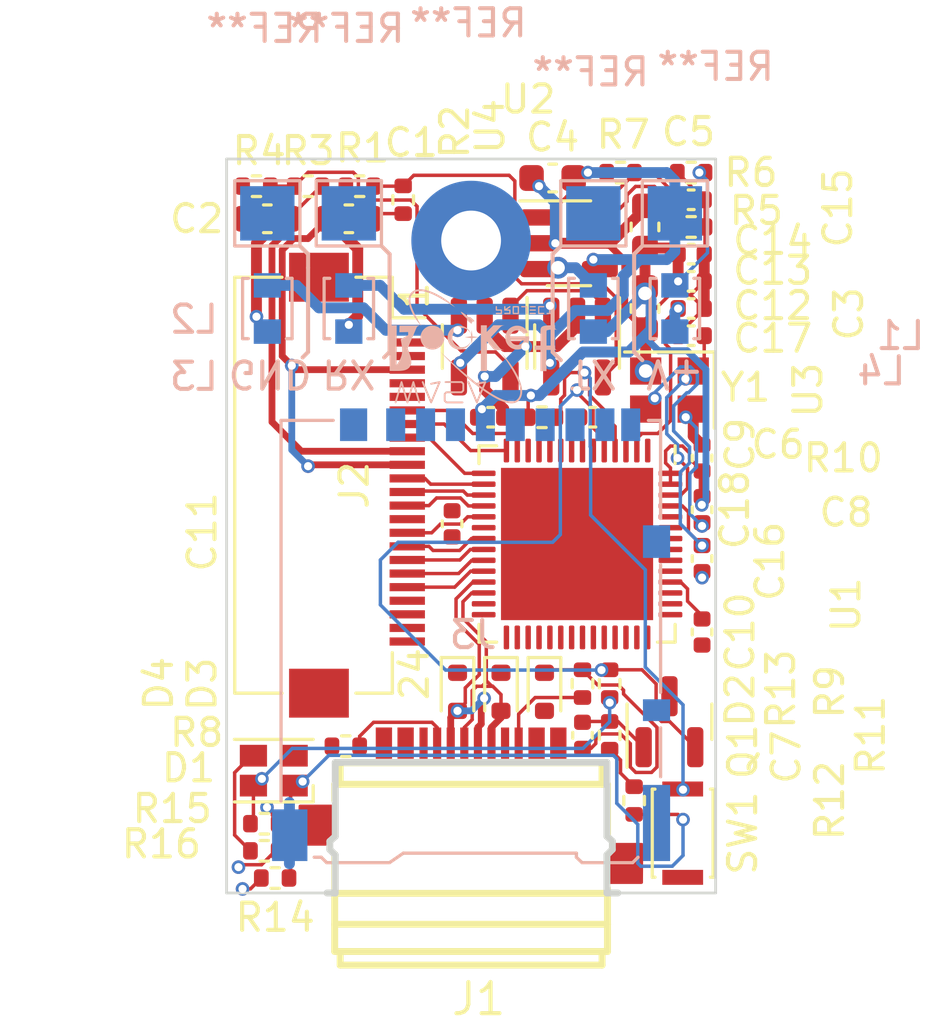
<source format=kicad_pcb>
(kicad_pcb (version 20221018) (generator pcbnew)
  (layers (0 "F.Cu" signal) (31 "B.Cu" signal) (34 "B.Paste" user) (35 "F.Paste" user) (36 "B.SilkS" user "B.Silkscreen") (37 "F.SilkS" user "F.Silkscreen") (38 "B.Mask" user) (39 "F.Mask" user) (44 "Edge.Cuts" user))
  (net 0 "")
  (net 1 "+2V8")
  (net 2 "GND")
  (net 3 "+1V5")
  (net 4 "VDD")
  (net 5 "VBUS")
  (net 6 "Net-(U2-RUN)")
  (net 7 "EN")
  (net 8 "Net-(Q1-B)")
  (net 9 "Net-(D1-RK)")
  (net 10 "Net-(D1-GK)")
  (net 11 "Net-(D1-BK)")
  (net 12 "Net-(J1-CC1)")
  (net 13 "USB_D+")
  (net 14 "USB_D-")
  (net 16 "Net-(J1-CC2)")
  (net 30 "IO0")
  (net 60 "Net-(U1-XTAL_N)")
  (net 61 "Net-(U1-XTAL_P)")
  (net 62 "Net-(U2-SW)")
  (net 63 "Net-(U2-VOUT)")
  (net 64 "CAM_POWER")
  (net 65 "Net-(U3-SW)")
  (net 66 "Net-(U3-VOUT)")
  (net 67 "Net-(U4-SW)")
  (net 68 "Net-(U4-VOUT)")
  (net 69 "I2C_SDA")
  (net 70 "I2C_SCL")
  (net 71 "CAM_RESET")
  (net 72 "VSYNC")
  (net 73 "PWDN")
  (net 74 "HSYNC")
  (net 75 "D7")
  (net 76 "XCLK")
  (net 77 "D6")
  (net 78 "D5")
  (net 79 "PCLK")
  (net 80 "D4")
  (net 81 "D0")
  (net 82 "D3")
  (net 83 "D1")
  (net 84 "D2")
  (net 85 "LED_R")
  (net 86 "LED_G")
  (net 87 "LED_B")
  (net 88 "TX")
  (net 89 "RX")
  (net 90 "VDD3P3")
  (footprint "Package_TO_SOT_SMD:TSOT-23-5" (layer "F.Cu") (at 137.7 92.3)
    (fp_text reference "U2")
    (fp_text value "LTC3406ES5")
  )
  (footprint "Package_TO_SOT_SMD:TSOT-23-5" (layer "F.Cu") (at 134.6 96.1 -90)
    (fp_text reference "U4")
    (fp_text value "LTC3406ES5")
  )
  (footprint "Package_TO_SOT_SMD:SOT-23" (layer "F.Cu") (at 141.4 109.9 90)
    (fp_text reference "Q1")
    (fp_text value "Q_PNP_BEC")
  )
  (footprint "Resistor_SMD:R_0402_1005Metric" (layer "F.Cu") (at 139.2 110.4 -90)
    (fp_text reference "R11")
    (fp_text value "10k")
  )
  (footprint "Package_DFN_QFN:QFN-56-1EP_7x7mm_P0.4mm_EP5.6x5.6mm" (layer "F.Cu") (at 138 103.3625 -90)
    (fp_text reference "U1")
    (fp_text value "ESP32-S3")
  )
  (footprint "LED_SMD:LED_Cree-PLCC4_2x2mm_CW" (layer "F.Cu") (at 126.838 111.7 180)
    (fp_text reference "D1")
    (fp_text value "ASMB-MTB1-0A3A2")
  )
  (footprint "Resistor_SMD:R_0402_1005Metric" (layer "F.Cu") (at 140.1 112.8 -90)
    (fp_text reference "R12")
    (fp_text value "4.7k")
  )
  (footprint "Capacitor_SMD:C_0402_1005Metric" (layer "F.Cu") (at 142.6 100.2 90)
    (fp_text reference "C9")
    (fp_text value "10nF")
  )
  (footprint "Capacitor_SMD:C_0402_1005Metric" (layer "F.Cu") (at 138.2 110.4 -90)
    (fp_text reference "C7")
    (fp_text value "1µF")
  )
  (footprint "Capacitor_SMD:C_0402_1005Metric" (layer "F.Cu") (at 138.58 98.7 180)
    (fp_text reference "C6")
    (fp_text value "1uF")
  )
  (footprint "Capacitor_SMD:C_0402_1005Metric" (layer "F.Cu") (at 142.2 95.7)
    (fp_text reference "C17")
    (fp_text value "C_Small")
  )
  (footprint "Capacitor_SMD:C_0402_1005Metric" (layer "F.Cu") (at 142.2 93.7 180)
    (fp_text reference "C13")
    (fp_text value "100nF")
  )
  (footprint "Package_TO_SOT_SMD:TSOT-23-5" (layer "F.Cu") (at 138 96.1 -90)
    (fp_text reference "U3")
    (fp_text value "LTC3406ES5")
  )
  (footprint "Capacitor_SMD:C_0402_1005Metric" (layer "F.Cu") (at 142.6 103.9 90)
    (fp_text reference "C16")
    (fp_text value "C_Small")
  )
  (footprint "Resistor_SMD:R_0402_1005Metric" (layer "F.Cu") (at 131.6 90.7 -90)
    (fp_text reference "R2")
    (fp_text value "51k")
  )
  (footprint "Resistor_SMD:R_0402_1005Metric" (layer "F.Cu") (at 138.2 108.5 90)
    (fp_text reference "R9")
    (fp_text value "4.7k")
  )
  (footprint "Resistor_SMD:R_0402_1005Metric" (layer "F.Cu") (at 126.488 113.65)
    (fp_text reference "R15")
    (fp_text value "1k")
  )
  (footprint "Diode_SMD:D_SOD-523" (layer "F.Cu") (at 133.6 108.8 -90)
    (fp_text reference "D4")
    (fp_text value "ESD9B5.0ST5G")
  )
  (footprint "Capacitor_SMD:C_0603_1608Metric" (layer "F.Cu") (at 137.1 89.9 180)
    (fp_text reference "C4")
    (fp_text value "10µF")
  )
  (footprint "Resistor_SMD:R_0402_1005Metric" (layer "F.Cu") (at 136.71 98.7)
    (fp_text reference "R10")
    (fp_text value "1k")
  )
  (footprint "Resistor_SMD:R_0402_1005Metric" (layer "F.Cu") (at 142.2 91.7)
    (fp_text reference "R5")
    (fp_text value "22k")
  )
  (footprint "Resistor_SMD:R_0402_1005Metric" (layer "F.Cu") (at 142.2 89.7 180)
    (fp_text reference "R6")
    (fp_text value "100k")
  )
  (footprint "Resistor_SMD:R_0402_1005Metric" (layer "F.Cu") (at 139.6 89.7 180)
    (fp_text reference "R7")
    (fp_text value "100")
  )
  (footprint "Capacitor_SMD:C_0402_1005Metric" (layer "F.Cu") (at 142.2 92.7 180)
    (fp_text reference "C14")
    (fp_text value "1uF")
  )
  (footprint "Resistor_SMD:R_0402_1005Metric" (layer "F.Cu") (at 129.488 110.8 180)
    (fp_text reference "R8")
    (fp_text value "4.7k")
  )
  (footprint "Capacitor_SMD:C_0402_1005Metric" (layer "F.Cu") (at 142.2 90.7)
    (fp_text reference "C5")
    (fp_text value "100nF")
  )
  (footprint "Button_Switch_SMD:SW_SPST_CK_KXT3" (layer "F.Cu") (at 141.888 114 90)
    (fp_text reference "SW1")
    (fp_text value "SW_Push")
  )
  (footprint "Connector_FFC-FPC:Hirose_FH12-24S-0.5SH_1x24-1MP_P0.50mm_Horizontal" (layer "F.Cu") (at 129.9 101.2 -90)
    (fp_text reference "J2")
    (fp_text value "Conn_01x24_Socket")
  )
  (footprint "Capacitor_SMD:C_0402_1005Metric" (layer "F.Cu") (at 142.2 94.7 180)
    (fp_text reference "C12")
    (fp_text value "100nF")
  )
  (footprint "Capacitor_SMD:C_0402_1005Metric" (layer "F.Cu") (at 134.82 98.7)
    (fp_text reference "C8")
    (fp_text value "100nF")
  )
  (footprint "Capacitor_SMD:C_0402_1005Metric" (layer "F.Cu") (at 133.4 102.62 90)
    (fp_text reference "C11")
    (fp_text value "100nF")
  )
  (footprint "Resistor_SMD:R_0402_1005Metric" (layer "F.Cu") (at 139.2 108.5 -90)
    (fp_text reference "R13")
    (fp_text value "4.7k")
  )
  (footprint "Library:USB-C-SMD_SHOUHAN_TYPE-C-16PFS-2JCB0.8-H7.45" (layer "F.Cu") (at 134.088 112.9)
    (fp_text reference "J1")
    (fp_text value "TYPE-C 16PFS 2JCB0.8-H7.45 IPX8" hide)
    (fp_line (start -5.188 1.4) (end -4.989 1.218) (stroke (width 0.254)) (layer "Edge.Cuts"))
    (fp_line (start -5.188 1.7) (end -5.188 1.4) (stroke (width 0.254)) (layer "Edge.Cuts"))
    (fp_line (start -4.989 1.901) (end -5.188 1.7) (stroke (width 0.254)) (layer "Edge.Cuts"))
    (fp_line (start -4.989 3.301) (end -4.989 1.901) (stroke (width 0.254)) (layer "Edge.Cuts"))
    (fp_line (start -4.988 -1.5) (end -4.988 1.218) (stroke (width 0.254)) (layer "Edge.Cuts"))
    (fp_line (start -4.988 -1.5) (end 5.012 -1.5) (stroke (width 0.254)) (layer "Edge.Cuts"))
    (fp_line (start -4.988 3.3) (end -5.288 3.3) (stroke (width 0.254)) (layer "Edge.Cuts"))
    (fp_line (start 5.012 1.217) (end 5.012 -1.5) (stroke (width 0.254)) (layer "Edge.Cuts"))
    (fp_line (start 5.012 1.9) (end 5.211 1.699) (stroke (width 0.254)) (layer "Edge.Cuts"))
    (fp_line (start 5.012 3.3) (end 5.012 1.9) (stroke (width 0.254)) (layer "Edge.Cuts"))
    (fp_line (start 5.012 3.3) (end 5.412 3.3) (stroke (width 0.254)) (layer "Edge.Cuts"))
    (fp_line (start 5.211 1.399) (end 5.012 1.217) (stroke (width 0.254)) (layer "Edge.Cuts"))
    (fp_line (start 5.211 1.699) (end 5.211 1.399) (stroke (width 0.254)) (layer "Edge.Cuts"))
  )
  (footprint "Capacitor_SMD:C_0402_1005Metric" (layer "F.Cu") (at 142.6 102.1 -90)
    (fp_text reference "C18")
    (fp_text value "1uF")
  )
  (footprint "Resistor_SMD:R_0402_1005Metric" (layer "F.Cu") (at 126.488 114.65)
    (fp_text reference "R16")
    (fp_text value "1k")
  )
  (footprint "Capacitor_SMD:C_0603_1608Metric" (layer "F.Cu") (at 140.5 94.7 -90)
    (fp_text reference "C3")
    (fp_text value "10µF")
  )
  (footprint "Capacitor_SMD:C_0603_1608Metric" (layer "F.Cu") (at 126.6 91.4 180)
    (fp_text reference "C2")
    (fp_text value "10µF")
  )
  (footprint "Crystal:Crystal_SMD_2520-4Pin_2.5x2.0mm" (layer "F.Cu") (at 141.4 97.7 180)
    (fp_text reference "Y1")
    (fp_text value "Crystal_GND24")
  )
  (footprint "Resistor_SMD:R_0402_1005Metric" (layer "F.Cu") (at 126.888 115.65 180)
    (fp_text reference "R14")
    (fp_text value "1k")
  )
  (footprint "Resistor_SMD:R_0402_1005Metric" (layer "F.Cu") (at 128.1 90.2)
    (fp_text reference "R3")
    (fp_text value "51k")
  )
  (footprint "Resistor_SMD:R_0402_1005Metric" (layer "F.Cu") (at 126.2 90.2 180)
    (fp_text reference "R4")
    (fp_text value "33k")
  )
  (footprint "Capacitor_SMD:C_0603_1608Metric" (layer "F.Cu") (at 129.6 91.4)
    (fp_text reference "C1")
    (fp_text value "10µF")
  )
  (footprint "Diode_SMD:D_SOD-523" (layer "F.Cu") (at 136.8 108.8 -90)
    (fp_text reference "D2")
    (fp_text value "ESD9B5.0ST5G")
  )
  (footprint "Resistor_SMD:R_0402_1005Metric" (layer "F.Cu") (at 130 90.2)
    (fp_text reference "R1")
    (fp_text value "200k")
  )
  (footprint "Capacitor_SMD:C_0603_1608Metric" (layer "F.Cu") (at 140.5 91.7 -90)
    (fp_text reference "C15")
    (fp_text value "10uF")
  )
  (footprint "Capacitor_SMD:C_0402_1005Metric" (layer "F.Cu") (at 142.6 106.6 -90)
    (fp_text reference "C10")
    (fp_text value "100nF")
  )
  (footprint "Diode_SMD:D_SOD-523" (layer "F.Cu") (at 135.2 108.8 -90)
    (fp_text reference "D3")
    (fp_text value "ESD9B5.0ST5G")
  )
  (footprint "Inductor_SMD:L_Murata_LQH2MCNxxxx02_2.0x1.6mm" (layer "B.Cu") (at 138.6 94.7 -90)
    (fp_text reference "L1")
    (fp_text value "3.3uH")
  )
  (footprint "TestPoint:TestPoint_Pad_2.0x2.0mm" (layer "B.Cu") (at 141.6 91.2 180)
    (fp_text reference "REF**")
    (fp_text value "TestPoint_Pad_2.0x2.0mm")
  )
  (footprint "Connector_Card:microSD_HC_Hirose_DM3AT-SF-PEJM5" (layer "B.Cu") (at 134.1 106.7 180)
    (fp_text reference "J3")
    (fp_text value "Micro_SD_Card_Det_Hirose_DM3AT")
  )
  (footprint "MountingHole:MountingHole_2.2mm_M2_Pad_TopOnly" (layer "B.Cu") (at 134.1 92.2 180)
    (fp_text reference "REF**")
    (fp_text value "MountingHole_2.2mm_M2_Pad_TopOnly")
  )
  (footprint "Inductor_SMD:L_Murata_LQH2MCNxxxx02_2.0x1.6mm" (layer "B.Cu") (at 129.6 94.7 -90)
    (fp_text reference "L2")
    (fp_text value "3.3uH")
  )
  (footprint "Inductor_SMD:L_Murata_LQH2MCNxxxx02_2.0x1.6mm" (layer "B.Cu") (at 141.6 94.7 -90)
    (fp_text reference "L4")
    (fp_text value "3.3µH")
  )
  (footprint "TestPoint:TestPoint_Pad_2.0x2.0mm" (layer "B.Cu") (at 129.6 91.2 180)
    (fp_text reference "REF**")
    (fp_text value "TestPoint_Pad_2.0x2.0mm")
  )
  (footprint "TestPoint:TestPoint_Pad_2.0x2.0mm" (layer "B.Cu") (at 138.6 91.2 180)
    (fp_text reference "REF**")
    (fp_text value "TestPoint_Pad_2.0x2.0mm")
  )
  (footprint "TestPoint:TestPoint_Pad_2.0x2.0mm" (layer "B.Cu") (at 126.6 91.2 180)
    (fp_text reference "REF**")
    (fp_text value "TestPoint_Pad_2.0x2.0mm")
  )
  (footprint "LOGO" (layer "B.Cu") (at 134.1 96.3)
    (fp_text reference "")
    (fp_text value "LOGO" hide)
  )
  (footprint "Inductor_SMD:L_Murata_LQH2MCNxxxx02_2.0x1.6mm" (layer "B.Cu") (at 126.6 94.7 -90)
    (fp_text reference "L3")
    (fp_text value "3.3uH")
  )
  (gr_line (start 131.1 92.7) (end 131.1 96.3) (stroke (width 0.15)) (layer "B.SilkS"))
  (gr_line (start 128.1 92.7) (end 127.8 92.4) (stroke (width 0.15)) (layer "B.SilkS"))
  (gr_line (start 130.8 92.4) (end 131.1 92.7) (stroke (width 0.15)) (layer "B.SilkS"))
  (gr_line (start 131.1 96.3) (end 130.9 96.5) (stroke (width 0.15)) (layer "B.SilkS"))
  (gr_line (start 140.1 92.7) (end 140.1 96.3) (stroke (width 0.15)) (layer "B.SilkS"))
  (gr_line (start 137.1 96.3) (end 137.4 96.6) (stroke (width 0.15)) (layer "B.SilkS"))
  (gr_line (start 140.1 96.3) (end 140.4 96.6) (stroke (width 0.15)) (layer "B.SilkS"))
  (gr_line (start 137.1 92.7) (end 137.1 96.3) (stroke (width 0.15)) (layer "B.SilkS"))
  (gr_line (start 140.4 92.4) (end 140.1 92.7) (stroke (width 0.15)) (layer "B.SilkS"))
  (gr_line (start 137.4 92.4) (end 137.1 92.7) (stroke (width 0.15)) (layer "B.SilkS"))
  (gr_line (start 127.9 96.5) (end 128.1 96.3) (stroke (width 0.15)) (layer "B.SilkS"))
  (gr_line (start 128.1 96.3) (end 128.1 93.2) (stroke (width 0.15)) (layer "B.SilkS"))
  (gr_line (start 128.1 93.2) (end 128.1 92.7) (stroke (width 0.15)) (layer "B.SilkS"))
  (gr_line (start 128.8 116.2) (end 125.1 116.2) (stroke (width 0.1)) (layer "Edge.Cuts"))
  (gr_line (start 143.1 116.2) (end 143.1 89.2) (stroke (width 0.1)) (layer "Edge.Cuts"))
  (gr_line (start 139.5 116.2) (end 143.1 116.2) (stroke (width 0.1)) (layer "Edge.Cuts"))
  (gr_line (start 143.1 89.2) (end 125.1 89.2) (stroke (width 0.1)) (layer "Edge.Cuts"))
  (gr_line (start 125.1 116.2) (end 125.1 89.2) (stroke (width 0.1)) (layer "Edge.Cuts"))
  (gr_text "RX" (at 129.6 97.1 180) (layer "B.SilkS") (effects (font (size 1 1)) (justify mirror)))
  (gr_text "V+" (at 141.6 97.1 180) (layer "B.SilkS") (effects (font (size 1 1)) (justify mirror)))
  (gr_text "TX" (at 138.6 97.1 180) (layer "B.SilkS") (effects (font (size 1 1)) (justify mirror)))
  (gr_text "GND" (at 126.7 97.1 180) (layer "B.SilkS") (effects (font (size 1 1)) (justify mirror)))
  (gr_text "1" (at 132.6 94.8 90) (layer "F.SilkS") (effects (font (size 1 1)) (justify left bottom)))
  (gr_text "24" (at 132.6 109.2 90) (layer "F.SilkS") (effects (font (size 1 1)) (justify left bottom)))
  (segment (start 128.825 91.4) (end 129.927 92.502) (width 0.4) (layer "F.Cu") (net 1))
  (segment (start 131.75 100.45) (end 128.15 100.45) (width 0.25) (layer "F.Cu") (net 1))
  (segment (start 129.49 90.735) (end 128.825 91.4) (width 0.127) (layer "F.Cu") (net 1))
  (segment (start 129.49 90.2) (end 129.49 90.735) (width 0.127) (layer "F.Cu") (net 1))
  (segment (start 128.15 100.45) (end 128.1 100.5) (width 0.25) (layer "F.Cu") (net 1))
  (segment (start 127.5 96.8) (end 127.148 96.448) (width 0.25) (layer "F.Cu") (net 1))
  (segment (start 131.75 96.95) (end 127.65 96.95) (width 0.25) (layer "F.Cu") (net 1))
  (segment (start 129.927 94.973) (end 129.6 95.3) (width 0.4) (layer "F.Cu") (net 1))
  (segment (start 127.65 96.95) (end 127.5 96.8) (width 0.25) (layer "F.Cu") (net 1))
  (segment (start 128.098 92.127) (end 128.825 91.4) (width 0.25) (layer "F.Cu") (net 1))
  (segment (start 127.148 96.448) (end 127.148 92.545618) (width 0.25) (layer "F.Cu") (net 1))
  (segment (start 127.566618 92.127) (end 128.098 92.127) (width 0.25) (layer "F.Cu") (net 1))
  (segment (start 127.148 92.545618) (end 127.566618 92.127) (width 0.25) (layer "F.Cu") (net 1))
  (segment (start 129.927 92.502) (end 129.927 94.973) (width 0.4) (layer "F.Cu") (net 1))
  (via (at 127.5 96.8) (size 0.5) (drill 0.3) (layers "F.Cu" "B.Cu") (net 1))
  (via (at 129.6 95.3) (size 0.5) (drill 0.3) (layers "F.Cu" "B.Cu") (net 1))
  (via (at 128.1 100.5) (size 0.5) (drill 0.3) (layers "F.Cu" "B.Cu") (net 1))
  (segment (start 127.5 99.9) (end 128.1 100.5) (width 0.25) (layer "B.Cu") (net 1))
  (segment (start 127.5 96.8) (end 127.5 99.9) (width 0.25) (layer "B.Cu") (net 1))
  (segment (start 142.71 91.7) (end 142.71 92.67) (width 0.127) (layer "F.Cu") (net 2))
  (segment (start 136.1 96.1) (end 137.249582 96.1) (width 0.4) (layer "F.Cu") (net 2))
  (segment (start 138.51 110.88) (end 138.6895 110.7005) (width 0.127) (layer "F.Cu") (net 2))
  (segment (start 138.880174 110.3505) (end 139.60379 110.3505) (width 0.127) (layer "F.Cu") (net 2))
  (segment (start 125.69 91.265) (end 125.825 91.4) (width 0.127) (layer "F.Cu") (net 2))
  (segment (start 139.756 94.731) (end 140.5 95.475) (width 0.25) (layer "F.Cu") (net 2))
  (segment (start 141.72 95.7) (end 141.72 95.66) (width 0.127) (layer "F.Cu") (net 2))
  (segment (start 142.275 98.4) (end 142.275 99.395) (width 0.4) (layer "F.Cu") (net 2))
  (segment (start 140.9405 111.56604) (end 140.9405 110.10896) (width 0.127) (layer "F.Cu") (net 2))
  (segment (start 141.4 94.2) (end 140.5 95.1) (width 0.127) (layer "F.Cu") (net 2))
  (segment (start 140.525 95.5) (end 140.5 95.475) (width 0.4) (layer "F.Cu") (net 2))
  (segment (start 138.2 107.99) (end 136.91 107.99) (width 0.127) (layer "F.Cu") (net 2))
  (segment (start 140.9405 110.10896) (end 139.7105 108.87896) (width 0.127) (layer "F.Cu") (net 2))
  (segment (start 134.6 94.9625) (end 134.6 95.349582) (width 0.4) (layer "F.Cu") (net 2))
  (segment (start 135.3 98.39) (end 134.6 97.69) (width 0.4) (layer "F.Cu") (net 2))
  (segment (start 139.9595 111.56604) (end 140.15896 111.7655) (width 0.127) (layer "F.Cu") (net 2))
  (segment (start 134.6 95.349582) (end 135.159918 95.9095) (width 0.4) (layer "F.Cu") (net 2))
  (segment (start 140.5 90.925) (end 140.5 91.024582) (width 0.4) (layer "F.Cu") (net 2))
  (segment (start 130.565 91.21) (end 130.375 91.4) (width 0.127) (layer "F.Cu") (net 2))
  (segment (start 125.69 90.2) (end 125.69 91.265) (width 0.127) (layer "F.Cu") (net 2))
  (segment (start 139.224582 92.3) (end 139.118516 92.3) (width 0.4) (layer "F.Cu") (net 2))
  (segment (start 136.91 107.99) (end 136.8 108.1) (width 0.127) (layer "F.Cu") (net 2))
  (segment (start 138.6895 110.541174) (end 138.880174 110.3505) (width 0.127) (layer "F.Cu") (net 2))
  (segment (start 135.35225 96.1) (end 136.1 96.1) (width 0.4) (layer "F.Cu") (net 2))
  (segment (start 142.68 94.7) (end 142.68 93.7) (width 0.4) (layer "F.Cu") (net 2))
  (segment (start 142.71 90.73) (end 142.68 90.7) (width 0.127) (layer "F.Cu") (net 2))
  (segment (start 140.5 91.024582) (end 139.224582 92.3) (width 0.4) (layer "F.Cu") (net 2))
  (segment (start 139.7105 108.740174) (end 139.519826 108.5495) (width 0.127) (layer "F.Cu") (net 2))
  (segment (start 139.519826 108.5495) (end 138.7595 108.5495) (width 0.127) (layer "F.Cu") (net 2))
  (segment (start 139.9595 110.70621) (end 139.9595 111.56604) (width 0.127) (layer "F.Cu") (net 2))
  (segment (start 140.74104 111.7655) (end 140.9405 111.56604) (width 0.127) (layer "F.Cu") (net 2))
  (segment (start 140.15896 111.7655) (end 140.74104 111.7655) (width 0.127) (layer "F.Cu") (net 2))
  (segment (start 136.5625 92.3) (end 137.2 92.3) (width 0.4) (layer "F.Cu") (net 2))
  (segment (start 138.7595 108.5495) (end 138.2 107.99) (width 0.127) (layer "F.Cu") (net 2))
  (segment (start 139.756 92.937484) (end 139.756 94.731) (width 0.25) (layer "F.Cu") (net 2))
  (segment (start 134.6 97.69) (end 134.6 97.2) (width 0.4) (layer "F.Cu") (net 2))
  (segment (start 139.118516 92.3) (end 139.756 92.937484) (width 0.25) (layer "F.Cu") (net 2))
  (segment (start 139.60379 110.3505) (end 139.9595 110.70621) (width 0.127) (layer "F.Cu") (net 2))
  (segment (start 135.159918 95.9095) (end 135.16175 95.9095) (width 0.4) (layer "F.Cu") (net 2))
  (segment (start 142.18 94.2) (end 142.68 93.7) (width 0.127) (layer "F.Cu") (net 2))
  (segment (start 135.3 98.7) (end 135.3 98.39) (width 0.4) (layer "F.Cu") (net 2))
  (segment (start 142.71 91.7) (end 142.71 90.73) (width 0.127) (layer "F.Cu") (net 2))
  (segment (start 142.71 92.67) (end 142.68 92.7) (width 0.127) (layer "F.Cu") (net 2))
  (segment (start 142.275 99.395) (end 142.6 99.72) (width 0.4) (layer "F.Cu") (net 2))
  (segment (start 141.72 95.66) (end 142.68 94.7) (width 0.127) (layer "F.Cu") (net 2))
  (segment (start 138 95.349582) (end 138 94.9625) (width 0.4) (layer "F.Cu") (net 2))
  (segment (start 140.525 97) (end 140.525 95.5) (width 0.4) (layer "F.Cu") (net 2))
  (segment (start 139.7105 108.87896) (end 139.7105 108.740174) (width 0.127) (layer "F.Cu") (net 2))
  (segment (start 142.18 94.2) (end 141.4 94.2) (width 0.127) (layer "F.Cu") (net 2))
  (segment (start 142.68 93.7) (end 142.68 92.7) (width 0.4) (layer "F.Cu") (net 2))
  (segment (start 140.5 95.1) (end 140.5 95.475) (width 0.127) (layer "F.Cu") (net 2))
  (segment (start 138.2 110.88) (end 138.51 110.88) (width 0.127) (layer "F.Cu") (net 2))
  (segment (start 135.16175 95.9095) (end 135.35225 96.1) (width 0.4) (layer "F.Cu") (net 2))
  (segment (start 138.6895 110.7005) (end 138.6895 110.541174) (width 0.127) (layer "F.Cu") (net 2))
  (segment (start 131.6 91.21) (end 130.565 91.21) (width 0.127) (layer "F.Cu") (net 2))
  (segment (start 142.68 94.7) (end 142.18 94.2) (width 0.127) (layer "F.Cu") (net 2))
  (segment (start 137.2 92.3) (end 139.118516 92.3) (width 0.4) (layer "F.Cu") (net 2))
  (segment (start 137.249582 96.1) (end 138 95.349582) (width 0.4) (layer "F.Cu") (net 2))
  (via (at 142.6 104.6) (size 0.5) (drill 0.3) (layers "F.Cu" "B.Cu") (net 2))
  (via (at 136.1 96.1) (size 0.5) (drill 0.3) (layers "F.Cu" "B.Cu") (net 2))
  (via (at 142 98.7) (size 0.5) (drill 0.3) (layers "F.Cu" "B.Cu") (net 2))
  (via (at 140.525 97) (size 0.8) (drill 0.5) (layers "F.Cu" "B.Cu") (net 2))
  (via (at 142.6 102.7) (size 0.5) (drill 0.3) (layers "F.Cu" "B.Cu") (net 2))
  (via (at 137.2 92.3) (size 0.5) (drill 0.3) (layers "F.Cu" "B.Cu") (net 2))
  (via (at 134.6 97.2) (size 0.5) (drill 0.3) (layers "F.Cu" "B.Cu") (net 2))
  (via (at 136.6 90.2) (size 0.5) (drill 0.3) (layers "F.Cu" "B.Cu") (net 2))
  (segment (start 142.150011 102.250011) (end 142.150011 100.777989) (width 0.127) (layer "B.Cu") (net 2))
  (segment (start 136.6 90.2) (end 137.2 90.8) (width 0.4) (layer "B.Cu") (net 2))
  (segment (start 137.2 90.8) (end 137.2 92.3) (width 0.4) (layer "B.Cu") (net 2))
  (segment (start 127.413 115.125) (end 127.413 112.871315) (width 0.4) (layer "B.Cu") (net 2))
  (segment (start 142.150011 100.777989) (end 142.3945 100.5335) (width 0.127) (layer "B.Cu") (net 2))
  (segment (start 142.6 102.7) (end 142.150011 102.250011) (width 0.127) (layer "B.Cu") (net 2))
  (segment (start 134.6 97.2) (end 135 97.2) (width 0.4) (layer "B.Cu") (net 2))
  (segment (start 142.3945 99.0945) (end 142 98.7) (width 0.127) (layer "B.Cu") (net 2))
  (segment (start 142.3945 100.5335) (end 142.3945 99.0945) (width 0.127) (layer "B.Cu") (net 2))
  (segment (start 135 97.2) (end 136.1 96.1) (width 0.4) (layer "B.Cu") (net 2))
  (segment (start 126.2 95) (end 126.2 92.3) (width 0.4) (layer "F.Cu") (net 3))
  (segment (start 126.771 98.871) (end 126.771 92.38946) (width 0.25) (layer "F.Cu") (net 3))
  (segment (start 128.61 90.2) (end 128.575 90.2) (width 0.127) (layer "F.Cu") (net 3))
  (segment (start 126.2 92.3) (end 127.1 91.4) (width 0.4) (layer "F.Cu") (net 3))
  (segment (start 127.1 91.4) (end 127.375 91.4) (width 0.4) (layer "F.Cu") (net 3))
  (segment (start 128.575 90.2) (end 127.375 91.4) (width 0.127) (layer "F.Cu") (net 3))
  (segment (start 131.75 99.95) (end 127.85 99.95) (width 0.25) (layer "F.Cu") (net 3))
  (segment (start 127.85 99.95) (end 126.771 98.871) (width 0.25) (layer "F.Cu") (net 3))
  (segment (start 127.375 91.78546) (end 127.375 91.4) (width 0.25) (layer "F.Cu") (net 3))
  (segment (start 126.771 92.38946) (end 127.375 91.78546) (width 0.25) (layer "F.Cu") (net 3))
  (via (at 126.2 95) (size 0.5) (drill 0.3) (layers "F.Cu" "B.Cu") (net 3))
  (segment (start 142.1405 100.2205) (end 142.6 100.68) (width 0.127) (layer "F.Cu") (net 4))
  (segment (start 140.5 92.475) (end 141.495 92.475) (width 0.4) (layer "F.Cu") (net 4))
  (segment (start 136.2 98.7) (end 136.2 98) (width 0.127) (layer "F.Cu") (net 4))
  (segment (start 141.882462 99.7595) (end 142.1405 100.017538) (width 0.127) (layer "F.Cu") (net 4))
  (segment (start 141.4375 101.1625) (end 141.4375 100.7625) (width 0.127) (layer "F.Cu") (net 4))
  (segment (start 141.4375 104.7625) (end 141.815118 104.7625) (width 0.127) (layer "F.Cu") (net 4))
  (segment (start 140.5 93.925) (end 140.5 94.14529) (width 0.4) (layer "F.Cu") (net 4))
  (segment (start 142.1405 100.017538) (end 142.1405 100.2205) (width 0.127) (layer "F.Cu") (net 4))
  (segment (start 141.2595 100.382462) (end 141.2595 99.9405) (width 0.127) (layer "F.Cu") (net 4))
  (segment (start 141.4375 100.560462) (end 141.2595 100.382462) (width 0.127) (layer "F.Cu") (net 4))
  (segment (start 141.2595 99.9405) (end 141.4405 99.7595) (width 0.127) (layer "F.Cu") (net 4))
  (segment (start 141.4405 99.7595) (end 141.882462 99.7595) (width 0.127) (layer "F.Cu") (net 4))
  (segment (start 141.815118 104.7625) (end 142.0655 105.012882) (width 0.127) (layer "F.Cu") (net 4))
  (segment (start 142.0655 105.012882) (end 142.0655 105.4655) (width 0.127) (layer "F.Cu") (net 4))
  (segment (start 136.2 98) (end 136.3 97.9) (width 0.127) (layer "F.Cu") (net 4))
  (segment (start 142.0655 105.4655) (end 142.6 106) (width 0.127) (layer "F.Cu") (net 4))
  (segment (start 141.72 92.7) (end 141.72 93.7) (width 0.4) (layer "F.Cu") (net 4))
  (segment (start 142.6 101.62) (end 142.6 100.68) (width 0.25) (layer "F.Cu") (net 4))
  (segment (start 142.6 106) (end 142.6 106.12) (width 0.127) (layer "F.Cu") (net 4))
  (segment (start 141.4375 100.7625) (end 141.4375 100.560462) (width 0.127) (layer "F.Cu") (net 4))
  (segment (start 140.5 94.14529) (end 140.5 92.475) (width 0.4) (layer "F.Cu") (net 4))
  (segment (start 141.495 92.475) (end 141.72 92.7) (width 0.4) (layer "F.Cu") (net 4))
  (via (at 142.590511 101.9235) (size 0.5) (drill 0.3) (layers "F.Cu" "B.Cu") (net 4))
  (via (at 141.72 93.7) (size 0.5) (drill 0.3) (layers "F.Cu" "B.Cu") (net 4))
  (via (at 142.5 89.7) (size 0.5) (drill 0.3) (layers "F.Cu" "B.Cu") (net 4))
  (via (at 140.5 94.14529) (size 0.8) (drill 0.5) (layers "F.Cu" "B.Cu") (net 4))
  (via (at 136.3 97.9) (size 0.5) (drill 0.3) (layers "F.Cu" "B.Cu") (net 4))
  (via (at 134.497352 98.402648) (size 0.5) (drill 0.3) (layers "F.Cu" "B.Cu") (net 4))
  (segment (start 140.723 94.36829) (end 140.5 94.14529) (width 0.4) (layer "B.Cu") (net 4))
  (segment (start 142.7435 96.9435) (end 142.052 96.252) (width 0.25) (layer "B.Cu") (net 4))
  (segment (start 138.216002 96.3) (end 139.9 96.3) (width 0.4) (layer "B.Cu") (net 4))
  (segment (start 142.590511 101.9235) (end 142.7435 101.770511) (width 0.25) (layer "B.Cu") (net 4))
  (segment (start 140.5 95.756382) (end 140.5 95.7) (width 0.25) (layer "B.Cu") (net 4))
  (segment (start 139.09529 95.55) (end 138.6 95.55) (width 0.4) (layer "B.Cu") (net 4))
  (segment (start 140.995618 96.252) (end 140.5 95.756382) (width 0.25) (layer "B.Cu") (net 4))
  (segment (start 142.5 89.7) (end 142.8 90) (width 0.127) (layer "B.Cu") (net 4))
  (segment (start 134.497352 98.402648) (end 135 97.9) (width 0.4) (layer "B.Cu") (net 4))
  (segment (start 142.8 90) (end 142.8 92.65) (width 0.127) (layer "B.Cu") (net 4))
  (segment (start 140.723 95.477) (end 140.723 94.36829) (width 0.4) (layer "B.Cu") (net 4))
  (segment (start 142.7435 101.770511) (end 142.7435 96.9435) (width 0.25) (layer "B.Cu") (net 4))
  (segment (start 142.052 96.252) (end 140.995618 96.252) (width 0.25) (layer "B.Cu") (net 4))
  (segment (start 139.9 96.3) (end 140.5 95.7) (width 0.4) (layer "B.Cu") (net 4))
  (segment (start 140.5 94.14529) (end 139.09529 95.55) (width 0.4) (layer "B.Cu") (net 4))
  (segment (start 142.8 92.65) (end 141.6 93.85) (width 0.127) (layer "B.Cu") (net 4))
  (segment (start 136.616002 97.9) (end 138.216002 96.3) (width 0.4) (layer "B.Cu") (net 4))
  (segment (start 140.5 95.7) (end 140.723 95.477) (width 0.4) (layer "B.Cu") (net 4))
  (segment (start 135 97.9) (end 136.616002 97.9) (width 0.4) (layer "B.Cu") (net 4))
  (segment (start 139.09 89.7) (end 138.4 89.7) (width 0.127) (layer "F.Cu") (net 5))
  (via (at 137 96.7) (size 0.5) (drill 0.3) (layers "F.Cu" "B.Cu") (net 5))
  (via (at 133.7 96.7) (size 0.5) (drill 0.3) (layers "F.Cu" "B.Cu") (net 5))
  (via (at 138.6 92.9) (size 0.5) (drill 0.3) (layers "F.Cu" "B.Cu") (net 5))
  (via (at 138.4 89.7) (size 0.5) (drill 0.3) (layers "F.Cu" "B.Cu") (net 5))
  (segment (start 137.927 94.773) (end 137 95.7) (width 0.4) (layer "B.Cu") (net 5))
  (segment (start 138.6 92.9) (end 140.3 92.9) (width 0.4) (layer "B.Cu") (net 5))
  (segment (start 137 95.7) (end 137 96.7) (width 0.4) (layer "B.Cu") (net 5))
  (segment (start 140.3 92.9) (end 139.7 93.5) (width 0.4) (layer "B.Cu") (net 5))
  (segment (start 135.1 95.3) (end 133.7 96.7) (width 0.4) (layer "B.Cu") (net 5))
  (segment (start 137 95.7) (end 136.6 95.3) (width 0.4) (layer "B.Cu") (net 5))
  (segment (start 141.3 89.7) (end 138.4 89.7) (width 0.4) (layer "B.Cu") (net 5))
  (segment (start 141.6 90) (end 141.3 89.7) (width 0.4) (layer "B.Cu") (net 5))
  (segment (start 141.3 92.9) (end 141.6 92.6) (width 0.4) (layer "B.Cu") (net 5))
  (segment (start 141.6 92.6) (end 141.6 91.2) (width 0.4) (layer "B.Cu") (net 5))
  (segment (start 141.6 91.2) (end 141.6 90) (width 0.4) (layer "B.Cu") (net 5))
  (segment (start 139.7 93.5) (end 139.7 94.2) (width 0.4) (layer "B.Cu") (net 5))
  (segment (start 140.3 92.9) (end 141.3 92.9) (width 0.4) (layer "B.Cu") (net 5))
  (segment (start 139.127 94.773) (end 137.927 94.773) (width 0.4) (layer "B.Cu") (net 5))
  (segment (start 139.7 94.2) (end 139.127 94.773) (width 0.4) (layer "B.Cu") (net 5))
  (segment (start 136.6 95.3) (end 135.1 95.3) (width 0.4) (layer "B.Cu") (net 5))
  (segment (start 141.72 90.61) (end 140.81 89.7) (width 0.127) (layer "F.Cu") (net 6))
  (segment (start 140.044 89.766) (end 140.044 89.80521) (width 0.127) (layer "F.Cu") (net 6))
  (segment (start 141.72 90.7) (end 141.72 90.61) (width 0.127) (layer "F.Cu") (net 6))
  (segment (start 139.28371 90.5655) (end 137.6345 90.5655) (width 0.127) (layer "F.Cu") (net 6))
  (segment (start 137.6345 90.5655) (end 136.85 91.35) (width 0.127) (layer "F.Cu") (net 6))
  (segment (start 140.81 89.7) (end 140.11 89.7) (width 0.127) (layer "F.Cu") (net 6))
  (segment (start 140.044 89.80521) (end 139.28371 90.5655) (width 0.127) (layer "F.Cu") (net 6))
  (segment (start 136.85 91.35) (end 136.5625 91.35) (width 0.127) (layer "F.Cu") (net 6))
  (segment (start 140.11 89.7) (end 140.044 89.766) (width 0.127) (layer "F.Cu") (net 6))
  (segment (start 140.1 112.29) (end 139.6 111.79) (width 0.127) (layer "F.Cu") (net 7))
  (segment (start 141.888 112.375) (end 140.185 112.375) (width 0.127) (layer "F.Cu") (net 7))
  (segment (start 139.06 98.49154) (end 139.06 98.7) (width 0.127) (layer "F.Cu") (net 7))
  (segment (start 138.4595 97.89104) (end 139.06 98.49154) (width 0.127) (layer "F.Cu") (net 7))
  (segment (start 137.5405 97.2595) (end 137.5405 97.89104) (width 0.127) (layer "F.Cu") (net 7))
  (segment (start 137.4 98.03154) (end 137.4 98.61) (width 0.127) (layer "F.Cu") (net 7))
  (segment (start 138.2735 97.057181) (end 137.742819 97.057181) (width 0.127) (layer "F.Cu") (net 7))
  (segment (start 138.2735 97.057181) (end 138.4595 97.243181) (width 0.127) (layer "F.Cu") (net 7))
  (segment (start 137.742819 97.057181) (end 137.5405 97.2595) (width 0.127) (layer "F.Cu") (net 7))
  (segment (start 139.4 99.04) (end 139.4 99.925) (width 0.127) (layer "F.Cu") (net 7))
  (segment (start 139.6 111.31) (end 139.2 110.91) (width 0.127) (layer "F.Cu") (net 7))
  (segment (start 137.4 98.61) (end 137.31 98.7) (width 0.127) (layer "F.Cu") (net 7))
  (segment (start 139.06 98.7) (end 139.4 99.04) (width 0.127) (layer "F.Cu") (net 7))
  (segment (start 140.185 112.375) (end 140.1 112.29) (width 0.127) (layer "F.Cu") (net 7))
  (segment (start 138.4595 97.243181) (end 138.4595 97.89104) (width 0.127) (layer "F.Cu") (net 7))
  (segment (start 139.6 111.79) (end 139.6 111.31) (width 0.127) (layer "F.Cu") (net 7))
  (segment (start 137.5405 97.89104) (end 137.4 98.03154) (width 0.127) (layer "F.Cu") (net 7))
  (via (at 141.9 112.4) (size 0.5) (drill 0.3) (layers "F.Cu" "B.Cu") (net 7))
  (via (at 138.2735 97.057181) (size 0.5) (drill 0.3) (layers "F.Cu" "B.Cu") (net 7))
  (segment (start 138.5 99.8) (end 138.5 102.3) (width 0.127) (layer "B.Cu") (net 7))
  (segment (start 138.4845 99.7845) (end 138.5 99.8) (width 0.127) (layer "B.Cu") (net 7))
  (segment (start 140.5115 107.892092) (end 141.9 109.280592) (width 0.127) (layer "B.Cu") (net 7))
  (segment (start 138.2735 97.057181) (end 138.4845 97.268181) (width 0.127) (layer "B.Cu") (net 7))
  (segment (start 140.5115 104.3115) (end 140.5115 107.892092) (width 0.127) (layer "B.Cu") (net 7))
  (segment (start 141.9 109.280592) (end 141.9 112.4) (width 0.127) (layer "B.Cu") (net 7))
  (segment (start 138.4845 97.268181) (end 138.4845 99.7845) (width 0.127) (layer "B.Cu") (net 7))
  (segment (start 138.5 102.3) (end 140.5115 104.3115) (width 0.127) (layer "B.Cu") (net 7))
  (segment (start 138.23 109.89) (end 138.2 109.92) (width 0.127) (layer "F.Cu") (net 8))
  (segment (start 140.45 110.8375) (end 139.5025 109.89) (width 0.127) (layer "F.Cu") (net 8))
  (segment (start 139.2 109.89) (end 138.23 109.89) (width 0.127) (layer "F.Cu") (net 8))
  (segment (start 139.5025 109.89) (end 139.2 109.89) (width 0.127) (layer "F.Cu") (net 8))
  (segment (start 127.4585 115.5895) (end 127.398 115.65) (width 0.127) (layer "F.Cu") (net 9))
  (segment (start 127.4585 112.3795) (end 127.4585 115.5895) (width 0.127) (layer "F.Cu") (net 9))
  (segment (start 127.588 112.25) (end 127.4585 112.3795) (width 0.127) (layer "F.Cu") (net 9))
  (segment (start 140.1 113.31) (end 141.71 113.31) (width 0.127) (layer "F.Cu") (net 9))
  (segment (start 141.71 113.31) (end 141.9 113.5) (width 0.127) (layer "F.Cu") (net 9))
  (segment (start 127.588 112.25) (end 127.657408 112.25) (width 0.127) (layer "F.Cu") (net 9))
  (via (at 141.9 113.5) (size 0.5) (drill 0.3) (layers "F.Cu" "B.Cu") (net 9))
  (via (at 127.9 112.1) (size 0.5) (drill 0.3) (layers "F.Cu" "B.Cu") (net 9))
  (segment (start 140.346092 115.2155) (end 140.2345 115.103908) (width 0.127) (layer "B.Cu") (net 9))
  (segment (start 141.503908 115.2155) (end 140.346092 115.2155) (width 0.127) (layer "B.Cu") (net 9))
  (segment (start 141.9 114.819408) (end 141.503908 115.2155) (width 0.127) (layer "B.Cu") (net 9))
  (segment (start 140.2345 113.674304) (end 139.4615 112.901304) (width 0.127) (layer "B.Cu") (net 9))
  (segment (start 140.2345 115.103908) (end 140.2345 113.674304) (width 0.127) (layer "B.Cu") (net 9))
  (segment (start 139.3365 111.1365) (end 128.8635 111.1365) (width 0.127) (layer "B.Cu") (net 9))
  (segment (start 139.4615 112.901304) (end 139.4615 111.2615) (width 0.127) (layer "B.Cu") (net 9))
  (segment (start 139.4615 111.2615) (end 139.3365 111.1365) (width 0.127) (layer "B.Cu") (net 9))
  (segment (start 141.9 113.5) (end 141.9 114.819408) (width 0.127) (layer "B.Cu") (net 9))
  (segment (start 128.8635 111.1365) (end 127.9 112.1) (width 0.127) (layer "B.Cu") (net 9))
  (segment (start 126.088 113.54) (end 125.978 113.65) (width 0.127) (layer "F.Cu") (net 10))
  (segment (start 126.088 112.25) (end 126.088 113.54) (width 0.127) (layer "F.Cu") (net 10))
  (segment (start 126.088 112.25) (end 126.157408 112.25) (width 0.127) (layer "F.Cu") (net 10))
  (via (at 126.4 112) (size 0.5) (drill 0.3) (layers "F.Cu" "B.Cu") (net 10))
  (via (at 139.2 109.2) (size 0.5) (drill 0.3) (layers "F.Cu" "B.Cu") (net 10))
  (segment (start 139.2 109.9) (end 138.2175 110.8825) (width 0.127) (layer "B.Cu") (net 10))
  (segment (start 127.5175 110.8825) (end 126.4 112) (width 0.127) (layer "B.Cu") (net 10))
  (segment (start 139.2 109.2) (end 139.2 109.9) (width 0.127) (layer "B.Cu") (net 10))
  (segment (start 138.2175 110.8825) (end 127.5175 110.8825) (width 0.127) (layer "B.Cu") (net 10))
  (segment (start 125.3975 111.771092) (end 126.018592 111.15) (width 0.127) (layer "F.Cu") (net 11))
  (segment (start 125.3975 114.0695) (end 125.3975 111.771092) (width 0.127) (layer "F.Cu") (net 11))
  (segment (start 126.018592 111.15) (end 126.088 111.15) (width 0.127) (layer "F.Cu") (net 11))
  (segment (start 125.978 114.65) (end 125.3975 114.0695) (width 0.127) (layer "F.Cu") (net 11))
  (segment (start 129.998 110.8) (end 129.998 110.434592) (width 0.127) (layer "F.Cu") (net 12))
  (segment (start 132.6585 109.9215) (end 132.85 110.113) (width 0.127) (layer "F.Cu") (net 12))
  (segment (start 130.511092 109.9215) (end 132.6585 109.9215) (width 0.127) (layer "F.Cu") (net 12))
  (segment (start 129.998 110.434592) (end 130.511092 109.9215) (width 0.127) (layer "F.Cu") (net 12))
  (segment (start 132.85 110.113) (end 132.85 110.688) (width 0.127) (layer "F.Cu") (net 12))
  (segment (start 134.6595 108.39104) (end 134.6595 108.436907) (width 0.127) (layer "F.Cu") (net 13))
  (segment (start 134.303593 108.596407) (end 134.138951 108.761049) (width 0.127) (layer "F.Cu") (net 13))
  (segment (start 133.85 110.113) (end 134.1405 109.8225) (width 0.127) (layer "F.Cu") (net 13))
  (segment (start 134.896407 108.596407) (end 134.5 108.596407) (width 0.127) (layer "F.Cu") (net 13))
  (segment (start 134.864867 108.596407) (end 134.896407 108.596407) (width 0.127) (layer "F.Cu") (net 13))
  (segment (start 133.8 106.1) (end 134.6595 106.9595) (width 0.127) (layer "F.Cu") (net 13))
  (segment (start 134.1405 109.8225) (end 134.1405 109.0595) (width 0.127) (layer "F.Cu") (net 13))
  (segment (start 134.5 108.596407) (end 134.303593 108.596407) (width 0.127) (layer "F.Cu") (net 13))
  (segment (start 134.5625 105.1625) (end 134.125 105.1625) (width 0.127) (layer "F.Cu") (net 13))
  (segment (start 134.85 110.688) (end 134.85 110.106618) (width 0.25) (layer "F.Cu") (net 13))
  (segment (start 133.85 110.688) (end 133.85 110.113) (width 0.127) (layer "F.Cu") (net 13))
  (segment (start 134.6595 106.9595) (end 134.6595 108.39104) (width 0.127) (layer "F.Cu") (net 13))
  (segment (start 133.8 105.4875) (end 133.8 106.1) (width 0.127) (layer "F.Cu") (net 13))
  (segment (start 134.125 105.1625) (end 133.8 105.4875) (width 0.127) (layer "F.Cu") (net 13))
  (segment (start 134.85 110.106618) (end 135.2 109.756618) (width 0.25) (layer "F.Cu") (net 13))
  (segment (start 134.6595 108.39104) (end 134.864867 108.596407) (width 0.127) (layer "F.Cu") (net 13))
  (segment (start 135.2 109.756618) (end 135.2 109.5) (width 0.25) (layer "F.Cu") (net 13))
  (segment (start 135.2 109.5) (end 135.2 108.9) (width 0.127) (layer "F.Cu") (net 13))
  (segment (start 135.2 108.9) (end 134.896407 108.596407) (width 0.127) (layer "F.Cu") (net 13))
  (segment (start 134.6595 108.436907) (end 134.5 108.596407) (width 0.127) (layer "F.Cu") (net 13))
  (segment (start 134.138951 108.761049) (end 134.138951 109.0595) (width 0.127) (layer "F.Cu") (net 13))
  (segment (start 134.579451 109.036907) (end 134.473 109.143358) (width 0.25) (layer "F.Cu") (net 14))
  (segment (start 134.5625 104.7625) (end 134.16579 104.7625) (width 0.127) (layer "F.Cu") (net 14))
  (segment (start 134.16579 104.7625) (end 133.546 105.38229) (width 0.127) (layer "F.Cu") (net 14))
  (segment (start 134.473 109.143358) (end 134.473 109.983618) (width 0.25) (layer "F.Cu") (net 14))
  (segment (start 134.198383 108.342407) (end 133.884951 108.655839) (width 0.127) (layer "F.Cu") (net 14))
  (segment (start 134.4 107.05921) (end 134.4 108.170395) (width 0.127) (layer "F.Cu") (net 14))
  (segment (start 133.546 105.38229) (end 133.546 106.20521) (width 0.127) (layer "F.Cu") (net 14))
  (segment (start 133.884951 109.215049) (end 133.6 109.5) (width 0.127) (layer "F.Cu") (net 14))
  (segment (start 134.35 110.106618) (end 134.35 110.689) (width 0.25) (layer "F.Cu") (net 14))
  (segment (start 134.227988 108.342407) (end 134.198383 108.342407) (width 0.127) (layer "F.Cu") (net 14))
  (segment (start 133.35 110.689) (end 133.35 109.75) (width 0.25) (layer "F.Cu") (net 14))
  (segment (start 133.884951 108.655839) (end 133.884951 109.215049) (width 0.127) (layer "F.Cu") (net 14))
  (segment (start 134.4 108.170395) (end 134.227988 108.342407) (width 0.127) (layer "F.Cu") (net 14))
  (segment (start 133.546 106.20521) (end 134.4 107.05921) (width 0.127) (layer "F.Cu") (net 14))
  (segment (start 134.473 109.983618) (end 134.35 110.106618) (width 0.25) (layer "F.Cu") (net 14))
  (segment (start 133.35 109.75) (end 133.6 109.5) (width 0.25) (layer "F.Cu") (net 14))
  (via (at 134.579451 109.036907) (size 0.5) (drill 0.3) (layers "F.Cu" "B.Cu") (net 14))
  (via (at 133.6 109.5) (size 0.5) (drill 0.3) (layers "F.Cu" "B.Cu") (net 14))
  (segment (start 133.6 109.5) (end 134.116358 109.5) (width 0.25) (layer "B.Cu") (net 14))
  (segment (start 134.116358 109.5) (end 134.579451 109.036907) (width 0.25) (layer "B.Cu") (net 14))
  (segment (start 138.2 109.01) (end 136.45846 109.01) (width 0.127) (layer "F.Cu") (net 16))
  (segment (start 135.85 109.61846) (end 135.85 110.688) (width 0.127) (layer "F.Cu") (net 16))
  (segment (start 136.45846 109.01) (end 135.85 109.61846) (width 0.127) (layer "F.Cu") (net 16))
  (segment (start 139.21 107.99) (end 140.39 107.99) (width 0.127) (layer "F.Cu") (net 30))
  (segment (start 138.9 108) (end 139.21 107.99) (width 0.127) (layer "F.Cu") (net 30))
  (segment (start 138 97.7) (end 138 97.79075) (width 0.127) (layer "F.Cu") (net 30))
  (segment (start 140.39 107.99) (end 140.9095 108.5095) (width 0.127) (layer "F.Cu") (net 30))
  (segment (start 141.403 109.8905) (end 142.35 110.8375) (width 0.127) (layer "F.Cu") (net 30))
  (segment (start 139.19 107.99) (end 138.9 108) (width 0.127) (layer "F.Cu") (net 30))
  (segment (start 139 99.5) (end 139 99.925) (width 0.127) (layer "F.Cu") (net 30))
  (segment (start 140.9095 108.5095) (end 140.9095 109.69104) (width 0.127) (layer "F.Cu") (net 30))
  (segment (start 138 97.79075) (end 138.5895 98.38025) (width 0.127) (layer "F.Cu") (net 30))
  (segment (start 138.5895 99.0895) (end 139 99.5) (width 0.127) (layer "F.Cu") (net 30))
  (segment (start 139.2 107.99) (end 139.19 107.99) (width 0.127) (layer "F.Cu") (net 30))
  (segment (start 140.9095 109.69104) (end 141.10896 109.8905) (width 0.127) (layer "F.Cu") (net 30))
  (segment (start 138.5895 98.38025) (end 138.5895 99.0895) (width 0.127) (layer "F.Cu") (net 30))
  (segment (start 141.10896 109.8905) (end 141.403 109.8905) (width 0.127) (layer "F.Cu") (net 30))
  (via (at 138 97.7) (size 0.5) (drill 0.3) (layers "F.Cu" "B.Cu") (net 30))
  (via (at 138.9 108) (size 0.5) (drill 0.3) (layers "F.Cu" "B.Cu") (net 30))
  (segment (start 137.3845 98.296092) (end 137.980592 97.7) (width 0.127) (layer "B.Cu") (net 30))
  (segment (start 137.980592 97.7) (end 138 97.7) (width 0.127) (layer "B.Cu") (net 30))
  (segment (start 130.7615 103.948696) (end 131.410196 103.3) (width 0.127) (layer "B.Cu") (net 30))
  (segment (start 137.3845 103.0155) (end 137.3845 98.296092) (width 0.127) (layer "B.Cu") (net 30))
  (segment (start 131.410196 103.3) (end 137.1 103.3) (width 0.127) (layer "B.Cu") (net 30))
  (segment (start 138.9 108) (end 133.160196 108) (width 0.127) (layer "B.Cu") (net 30))
  (segment (start 137.1 103.3) (end 137.3845 103.0155) (width 0.127) (layer "B.Cu") (net 30))
  (segment (start 133.160196 108) (end 130.7615 105.601304) (width 0.127) (layer "B.Cu") (net 30))
  (segment (start 130.7615 105.601304) (end 130.7615 103.948696) (width 0.127) (layer "B.Cu") (net 30))
  (segment (start 142.6 103.42) (end 142.0995 102.9195) (width 0.127) (layer "F.Cu") (net 60))
  (segment (start 141.875 101.9625) (end 141.4375 101.9625) (width 0.127) (layer "F.Cu") (net 60))
  (segment (start 142.0995 102.187) (end 141.875 101.9625) (width 0.127) (layer "F.Cu") (net 60))
  (segment (start 142.0995 102.9195) (end 142.0995 102.187) (width 0.127) (layer "F.Cu") (net 60))
  (via (at 140.86 98) (size 0.5) (drill 0.3) (layers "F.Cu" "B.Cu") (net 60))
  (via (at 142.6 103.42) (size 0.5) (drill 0.3) (layers "F.Cu" "B.Cu") (net 60))
  (segment (start 142.1405 100.382462) (end 141.8 100.722962) (width 0.127) (layer "B.Cu") (net 60))
  (segment (start 141.8 100.722962) (end 141.8 102.62) (width 0.127) (layer "B.Cu") (net 60))
  (segment (start 141.8 102.62) (end 142.6 103.42) (width 0.127) (layer "B.Cu") (net 60))
  (segment (start 142.428 97.469962) (end 142.097962 97.8) (width 0.127) (layer "B.Cu") (net 60))
  (segment (start 142.428 97.105038) (end 142.428 97.469962) (width 0.127) (layer "B.Cu") (net 60))
  (segment (start 140.86 97.792038) (end 141.805038 96.847) (width 0.127) (layer "B.Cu") (net 60))
  (segment (start 140.86 98) (end 140.86 97.792038) (width 0.127) (layer "B.Cu") (net 60))
  (segment (start 142.169962 96.847) (end 142.428 97.105038) (width 0.127) (layer "B.Cu") (net 60))
  (segment (start 141.554 99.204986) (end 142.1405 99.791486) (width 0.127) (layer "B.Cu") (net 60))
  (segment (start 142.039906 97.8) (end 141.554 98.285906) (width 0.127) (layer "B.Cu") (net 60))
  (segment (start 141.805038 96.847) (end 142.169962 96.847) (width 0.127) (layer "B.Cu") (net 60))
  (segment (start 142.1405 99.791486) (end 142.1405 100.382462) (width 0.127) (layer "B.Cu") (net 60))
  (segment (start 142.097962 97.8) (end 142.039906 97.8) (width 0.127) (layer "B.Cu") (net 60))
  (segment (start 141.554 98.285906) (end 141.554 99.204986) (width 0.127) (layer "B.Cu") (net 60))
  (segment (start 142.0655 100.5655) (end 142.0655 101.312118) (width 0.127) (layer "F.Cu") (net 61))
  (segment (start 142.68 96.595) (end 142.68 95.7) (width 0.127) (layer "F.Cu") (net 61))
  (segment (start 142.0655 101.312118) (end 141.815118 101.5625) (width 0.127) (layer "F.Cu") (net 61))
  (segment (start 141.7 100.2) (end 142.0655 100.5655) (width 0.127) (layer "F.Cu") (net 61))
  (segment (start 141.815118 101.5625) (end 141.4375 101.5625) (width 0.127) (layer "F.Cu") (net 61))
  (segment (start 141.9875 97.2875) (end 142.68 96.595) (width 0.127) (layer "F.Cu") (net 61))
  (via (at 141.7 100.2) (size 0.5) (drill 0.3) (layers "F.Cu" "B.Cu") (net 61))
  (via (at 141.9875 97.2875) (size 0.5) (drill 0.3) (layers "F.Cu" "B.Cu") (net 61))
  (segment (start 141.7 99.710196) (end 141.7 100.2) (width 0.127) (layer "B.Cu") (net 61))
  (segment (start 141.9875 97.2875) (end 141.3 97.975) (width 0.127) (layer "B.Cu") (net 61))
  (segment (start 141.3 97.975) (end 141.3 99.310196) (width 0.127) (layer "B.Cu") (net 61))
  (segment (start 141.3 99.310196) (end 141.7 99.710196) (width 0.127) (layer "B.Cu") (net 61))
  (via (at 137.3 93.2) (size 0.8) (drill 0.5) (layers "F.Cu" "B.Cu") (net 62))
  (segment (start 137.95 93.2) (end 138.6 93.85) (width 0.4) (layer "B.Cu") (net 62))
  (segment (start 137.3 93.2) (end 137.95 93.2) (width 0.4) (layer "B.Cu") (net 62))
  (segment (start 142.1905 91.1995) (end 141.69 91.7) (width 0.127) (layer "F.Cu") (net 63))
  (segment (start 139.8345 90.7655) (end 139.25 91.35) (width 0.127) (layer "F.Cu") (net 63))
  (segment (start 140.151894 90.2105) (end 139.8345 90.527894) (width 0.127) (layer "F.Cu") (net 63))
  (segment (start 141.69 91.7) (end 141.1655 91.1755) (width 0.127) (layer "F.Cu") (net 63))
  (segment (start 141.1655 90.527894) (end 140.848106 90.2105) (width 0.127) (layer "F.Cu") (net 63))
  (segment (start 139.8345 90.527894) (end 139.8345 90.7655) (width 0.127) (layer "F.Cu") (net 63))
  (segment (start 142.1905 90.2005) (end 142.1905 91.1995) (width 0.127) (layer "F.Cu") (net 63))
  (segment (start 140.848106 90.2105) (end 140.151894 90.2105) (width 0.127) (layer "F.Cu") (net 63))
  (segment (start 141.69 89.7) (end 142.1905 90.2005) (width 0.127) (layer "F.Cu") (net 63))
  (segment (start 139.25 91.35) (end 138.8375 91.35) (width 0.127) (layer "F.Cu") (net 63))
  (segment (start 141.1655 91.1755) (end 141.1655 90.527894) (width 0.127) (layer "F.Cu") (net 63))
  (segment (start 135.55 94.65) (end 135.55 94.9625) (width 0.127) (layer "F.Cu") (net 64))
  (segment (start 136.1555 94.0445) (end 135.55 94.65) (width 0.127) (layer "F.Cu") (net 64))
  (segment (start 138.95 94.55) (end 138.4445 94.0445) (width 0.127) (layer "F.Cu") (net 64))
  (segment (start 138.95 94.9625) (end 138.95 94.55) (width 0.127) (layer "F.Cu") (net 64))
  (segment (start 138.4445 94.0445) (end 136.1555 94.0445) (width 0.127) (layer "F.Cu") (net 64))
  (via (at 137 94.6) (size 0.5) (drill 0.3) (layers "F.Cu" "B.Cu") (net 65))
  (segment (start 137 94.6) (end 136.873 94.727) (width 0.4) (layer "B.Cu") (net 65))
  (segment (start 130.75 93.85) (end 129.6 93.85) (width 0.4) (layer "B.Cu") (net 65))
  (segment (start 131.627 94.727) (end 130.75 93.85) (width 0.4) (layer "B.Cu") (net 65))
  (segment (start 136.873 94.727) (end 131.627 94.727) (width 0.4) (layer "B.Cu") (net 65))
  (segment (start 135.7095 90.0095) (end 135.7095 93.54104) (width 0.127) (layer "F.Cu") (net 66))
  (segment (start 135.5 89.8) (end 135.7095 90.0095) (width 0.127) (layer "F.Cu") (net 66))
  (segment (start 139.4405 96.747) (end 138.95 97.2375) (width 0.127) (layer "F.Cu") (net 66))
  (segment (start 138.92204 93.7905) (end 139.4405 94.30896) (width 0.127) (layer "F.Cu") (net 66))
  (segment (start 130.51 90.2) (end 131.59 90.2) (width 0.127) (layer "F.Cu") (net 66))
  (segment (start 131.99 89.8) (end 135.5 89.8) (width 0.127) (layer "F.Cu") (net 66))
  (segment (start 135.95896 93.7905) (end 138.92204 93.7905) (width 0.127) (layer "F.Cu") (net 66))
  (segment (start 131.6 90.19) (end 131.99 89.8) (width 0.127) (layer "F.Cu") (net 66))
  (segment (start 131.59 90.2) (end 131.6 90.19) (width 0.127) (layer "F.Cu") (net 66))
  (segment (start 135.7095 93.54104) (end 135.95896 93.7905) (width 0.127) (layer "F.Cu") (net 66))
  (segment (start 139.4405 94.30896) (end 139.4405 96.747) (width 0.127) (layer "F.Cu") (net 66))
  (via (at 133.6 95.5) (size 0.5) (drill 0.3) (layers "F.Cu" "B.Cu") (net 67))
  (segment (start 128.5 94.675) (end 127.675 93.85) (width 0.4) (layer "B.Cu") (net 67))
  (segment (start 130.96245 95.5) (end 130.13745 94.675) (width 0.4) (layer "B.Cu") (net 67))
  (segment (start 133.6 95.5) (end 130.96245 95.5) (width 0.4) (layer "B.Cu") (net 67))
  (segment (start 130.13745 94.675) (end 128.5 94.675) (width 0.4) (layer "B.Cu") (net 67))
  (segment (start 127.675 93.85) (end 126.6 93.85) (width 0.4) (layer "B.Cu") (net 67))
  (segment (start 129.9505 89.880174) (end 129.9505 90.519826) (width 0.127) (layer "F.Cu") (net 68))
  (segment (start 128.1005 89.6895) (end 129.759826 89.6895) (width 0.127) (layer "F.Cu") (net 68))
  (segment (start 133.736538 96.2595) (end 133.882462 96.2595) (width 0.127) (layer "F.Cu") (net 68))
  (segment (start 133.882462 96.2595) (end 133.922962 96.3) (width 0.127) (layer "F.Cu") (net 68))
  (segment (start 129.9505 90.519826) (end 130.141174 90.7105) (width 0.127) (layer "F.Cu") (net 68))
  (segment (start 127.59 90.2) (end 126.71 90.2) (width 0.127) (layer "F.Cu") (net 68))
  (segment (start 132.1105 94.633462) (end 133.736538 96.2595) (width 0.127) (layer "F.Cu") (net 68))
  (segment (start 135.55 96.85) (end 135.55 97.2375) (width 0.127) (layer "F.Cu") (net 68))
  (segment (start 129.759826 89.6895) (end 129.9505 89.880174) (width 0.127) (layer "F.Cu") (net 68))
  (segment (start 135 96.3) (end 135.55 96.85) (width 0.127) (layer "F.Cu") (net 68))
  (segment (start 133.922962 96.3) (end 135 96.3) (width 0.127) (layer "F.Cu") (net 68))
  (segment (start 131.880826 90.7105) (end 132.1105 90.940174) (width 0.127) (layer "F.Cu") (net 68))
  (segment (start 132.1105 90.940174) (end 132.1105 94.633462) (width 0.127) (layer "F.Cu") (net 68))
  (segment (start 130.141174 90.7105) (end 131.880826 90.7105) (width 0.127) (layer "F.Cu") (net 68))
  (segment (start 127.59 90.2) (end 128.1005 89.6895) (width 0.127) (layer "F.Cu") (net 68))
  (segment (start 134.159602 99.297) (end 133.312602 98.45) (width 0.127) (layer "F.Cu") (net 72))
  (segment (start 135.8 99.4875) (end 135.6095 99.297) (width 0.127) (layer "F.Cu") (net 72))
  (segment (start 133.312602 98.45) (end 131.75 98.45) (width 0.127) (layer "F.Cu") (net 72))
  (segment (start 135.8 99.925) (end 135.8 99.4875) (width 0.127) (layer "F.Cu") (net 72))
  (segment (start 135.6095 99.297) (end 134.159602 99.297) (width 0.127) (layer "F.Cu") (net 72))
  (segment (start 134.08421 99.925) (end 133.10921 98.95) (width 0.127) (layer "F.Cu") (net 73))
  (segment (start 133.10921 98.95) (end 131.75 98.95) (width 0.127) (layer "F.Cu") (net 73))
  (segment (start 135.4 99.925) (end 134.08421 99.925) (width 0.127) (layer "F.Cu") (net 73))
  (segment (start 132.55 99.45) (end 131.75 99.45) (width 0.127) (layer "F.Cu") (net 74))
  (segment (start 134.5625 100.7625) (end 133.8625 100.7625) (width 0.127) (layer "F.Cu") (net 74))
  (segment (start 133.8625 100.7625) (end 132.55 99.45) (width 0.127) (layer "F.Cu") (net 74))
  (segment (start 132.4 100.95) (end 132.6125 101.1625) (width 0.127) (layer "F.Cu") (net 75))
  (segment (start 131.75 100.95) (end 132.4 100.95) (width 0.127) (layer "F.Cu") (net 75))
  (segment (start 132.6125 101.1625) (end 134.5625 101.1625) (width 0.127) (layer "F.Cu") (net 75))
  (segment (start 133.959108 101.5625) (end 133.812108 101.4155) (width 0.127) (layer "F.Cu") (net 76))
  (segment (start 131.7845 101.4155) (end 131.75 101.45) (width 0.127) (layer "F.Cu") (net 76))
  (segment (start 133.812108 101.4155) (end 131.7845 101.4155) (width 0.127) (layer "F.Cu") (net 76))
  (segment (start 134.5625 101.5625) (end 133.959108 101.5625) (width 0.127) (layer "F.Cu") (net 76))
  (segment (start 133.999898 101.9625) (end 133.706898 101.6695) (width 0.127) (layer "F.Cu") (net 77))
  (segment (start 133.706898 101.6695) (end 132.8305 101.6695) (width 0.127) (layer "F.Cu") (net 77))
  (segment (start 134.5625 101.9625) (end 133.999898 101.9625) (width 0.127) (layer "F.Cu") (net 77))
  (segment (start 132.8305 101.6695) (end 132.55 101.95) (width 0.127) (layer "F.Cu") (net 77))
  (segment (start 132.55 101.95) (end 131.75 101.95) (width 0.127) (layer "F.Cu") (net 77))
  (segment (start 134.5625 102.3625) (end 133.973898 102.3625) (width 0.127) (layer "F.Cu") (net 78))
  (segment (start 132.65 102.95) (end 131.75 102.95) (width 0.127) (layer "F.Cu") (net 78))
  (segment (start 133.706898 102.6295) (end 132.9705 102.6295) (width 0.127) (layer "F.Cu") (net 78))
  (segment (start 133.973898 102.3625) (end 133.706898 102.6295) (width 0.127) (layer "F.Cu") (net 78))
  (segment (start 132.9705 102.6295) (end 132.65 102.95) (width 0.127) (layer "F.Cu") (net 78))
  (segment (start 134.114898 103.1625) (end 133.677398 103.6) (width 0.127) (layer "F.Cu") (net 79))
  (segment (start 132.7 103.6) (end 132.55 103.45) (width 0.127) (layer "F.Cu") (net 79))
  (segment (start 133.677398 103.6) (end 132.7 103.6) (width 0.127) (layer "F.Cu") (net 79))
  (segment (start 134.5625 103.1625) (end 134.114898 103.1625) (width 0.127) (layer "F.Cu") (net 79))
  (segment (start 132.55 103.45) (end 131.75 103.45) (width 0.127) (layer "F.Cu") (net 79))
  (segment (start 134.074108 103.5625) (end 133.686608 103.95) (width 0.127) (layer "F.Cu") (net 80))
  (segment (start 134.5625 103.5625) (end 134.074108 103.5625) (width 0.127) (layer "F.Cu") (net 80))
  (segment (start 133.686608 103.95) (end 131.75 103.95) (width 0.127) (layer "F.Cu") (net 80))
  (segment (start 134.5625 103.9625) (end 134.125 103.9625) (width 0.127) (layer "F.Cu") (net 81))
  (segment (start 133.6375 104.45) (end 131.75 104.45) (width 0.127) (layer "F.Cu") (net 81))
  (segment (start 134.125 103.9625) (end 133.6375 104.45) (width 0.127) (layer "F.Cu") (net 81))
  (segment (start 134.08421 104.3625) (end 133.49671 104.95) (width 0.127) (layer "F.Cu") (net 82))
  (segment (start 133.49671 104.95) (end 131.75 104.95) (width 0.127) (layer "F.Cu") (net 82))
  (segment (start 134.5625 104.3625) (end 134.08421 104.3625) (width 0.127) (layer "F.Cu") (net 82))
  (segment (start 125.978 116.05) (end 126.378 115.65) (width 0.127) (layer "F.Cu") (net 85))
  (segment (start 125.688 116.05) (end 125.978 116.05) (width 0.127) (layer "F.Cu") (net 85))
  (via (at 125.688 116.05) (size 0.5) (drill 0.3) (layers "F.Cu" "B.Cu") (net 85))
  (segment (start 126.588 113.05) (end 126.788 113.25) (width 0.127) (layer "F.Cu") (net 86))
  (segment (start 126.788 113.25) (end 126.788 113.34) (width 0.127) (layer "F.Cu") (net 86))
  (segment (start 126.788 113.34) (end 127.098 113.65) (width 0.127) (layer "F.Cu") (net 86))
  (via (at 126.588 113.05) (size 0.5) (drill 0.3) (layers "F.Cu" "B.Cu") (net 86))
  (segment (start 125.5375 115.25) (end 125.627 115.1605) (width 0.127) (layer "F.Cu") (net 87))
  (segment (start 125.627 115.1605) (end 126.387174 115.1605) (width 0.127) (layer "F.Cu") (net 87))
  (segment (start 126.897674 114.65) (end 127.098 114.65) (width 0.127) (layer "F.Cu") (net 87))
  (segment (start 126.387174 115.1605) (end 126.897674 114.65) (width 0.127) (layer "F.Cu") (net 87))
  (via (at 125.5375 115.25) (size 0.5) (drill 0.3) (layers "F.Cu" "B.Cu") (net 87))
  (segment (start 140.3905 99.297) (end 140.003 99.297) (width 0.127) (layer "F.Cu") (net 90))
  (segment (start 141.443102 98.826306) (end 140.972408 99.297) (width 0.127) (layer "F.Cu") (net 90))
  (segment (start 140.003 99.297) (end 139.8 99.5) (width 0.127) (layer "F.Cu") (net 90))
  (segment (start 139.8 99.5) (end 139.8 99.925) (width 0.127) (layer "F.Cu") (net 90))
  (segment (start 140.972408 99.297) (end 140.3905 99.297) (width 0.127) (layer "F.Cu") (net 90))
  (segment (start 141.2495 96.006898) (end 141.443102 96.2005) (width 0.127) (layer "F.Cu") (net 90))
  (segment (start 140.2 99.4875) (end 140.3905 99.297) (width 0.127) (layer "F.Cu") (net 90))
  (segment (start 141.443102 96.2005) (end 141.443102 98.826306) (width 0.127) (layer "F.Cu") (net 90))
  (segment (start 140.2 99.925) (end 140.2 99.4875) (width 0.127) (layer "F.Cu") (net 90))
  (segment (start 141.2495 95.1705) (end 141.2495 96.006898) (width 0.127) (layer "F.Cu") (net 90))
  (segment (start 141.72 94.7) (end 141.2495 95.1705) (width 0.127) (layer "F.Cu") (net 90))
  (via (at 141.72 94.7) (size 0.5) (drill 0.3) (layers "F.Cu" "B.Cu") (net 90))
  (segment (start 141.6 94.82) (end 141.6 95.55) (width 0.4) (layer "B.Cu") (net 90))
  (segment (start 141.72 94.7) (end 141.6 94.82) (width 0.4) (layer "B.Cu") (net 90))
)
</source>
